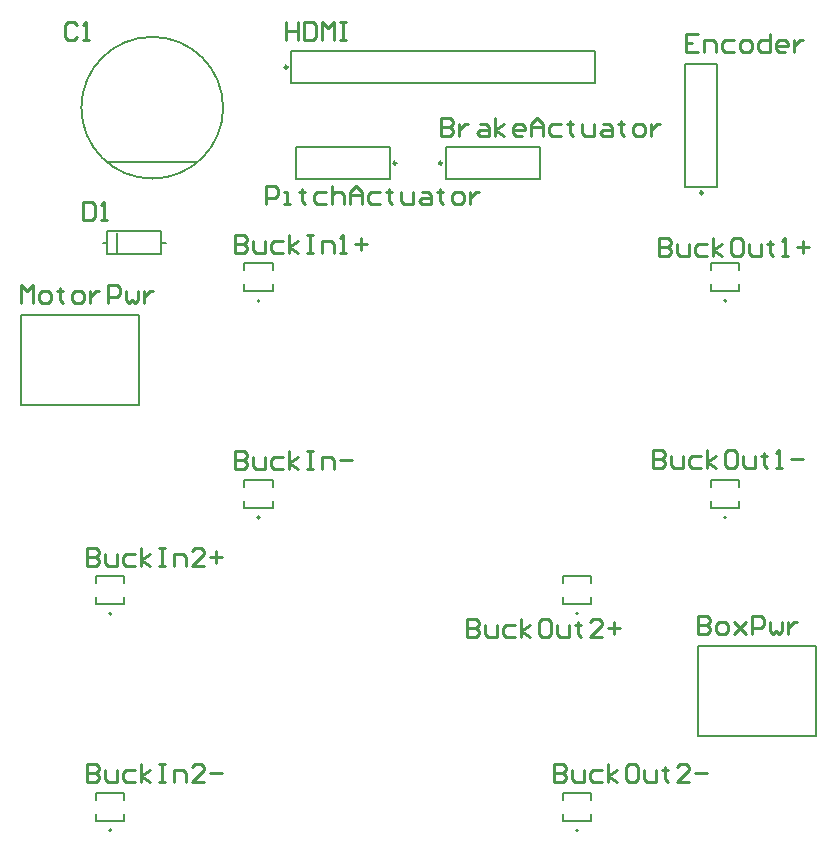
<source format=gbr>
%TF.GenerationSoftware,Altium Limited,Altium Designer,24.10.1 (45)*%
G04 Layer_Color=65535*
%FSLAX45Y45*%
%MOMM*%
%TF.SameCoordinates,60A24816-13A2-4E53-95B9-A8CDB98880B0*%
%TF.FilePolarity,Positive*%
%TF.FileFunction,Legend,Top*%
%TF.Part,Single*%
G01*
G75*
%TA.AperFunction,NonConductor*%
%ADD21C,0.20000*%
%ADD22C,0.15000*%
%ADD23C,0.25000*%
%ADD24C,0.25400*%
D21*
X6131400Y2792120D02*
G03*
X6131400Y2792120I-10000J0D01*
G01*
Y4626000D02*
G03*
X6131400Y4626000I-10000J0D01*
G01*
X2179160D02*
G03*
X2179160Y4626000I-10000J0D01*
G01*
X4876640Y1976780D02*
G03*
X4876640Y1976780I-10000J0D01*
G01*
Y142900D02*
G03*
X4876640Y142900I-10000J0D01*
G01*
X2179160Y2792120D02*
G03*
X2179160Y2792120I-10000J0D01*
G01*
X924400Y142900D02*
G03*
X924400Y142900I-10000J0D01*
G01*
Y1976780D02*
G03*
X924400Y1976780I-10000J0D01*
G01*
X6001400Y3112120D02*
X6241400D01*
Y3052620D02*
Y3112120D01*
X6001400Y3052620D02*
Y3112120D01*
Y2872120D02*
X6241400D01*
Y2931620D01*
X6001400Y2872120D02*
Y2931620D01*
Y4946000D02*
X6241400D01*
Y4886500D02*
Y4946000D01*
X6001400Y4886500D02*
Y4946000D01*
Y4706000D02*
X6241400D01*
Y4765500D01*
X6001400Y4706000D02*
Y4765500D01*
X2049160Y4946000D02*
X2289160D01*
Y4886500D02*
Y4946000D01*
X2049160Y4886500D02*
Y4946000D01*
Y4706000D02*
X2289160D01*
Y4765500D01*
X2049160Y4706000D02*
Y4765500D01*
X889600Y5213600D02*
X1345600D01*
Y5022600D02*
Y5213600D01*
X889600Y5022600D02*
X1345600D01*
X889600D02*
Y5213600D01*
X967600Y5032600D02*
Y5203600D01*
X849600Y5118100D02*
X889600D01*
X1345600D02*
X1385600D01*
X4746640Y2296780D02*
X4986640D01*
Y2237280D02*
Y2296780D01*
X4746640Y2237280D02*
Y2296780D01*
Y2056780D02*
X4986640D01*
Y2116280D01*
X4746640Y2056780D02*
Y2116280D01*
X898000Y5801100D02*
X1642000D01*
X2486900Y5656700D02*
Y5925700D01*
Y5656700D02*
X3278900D01*
Y5925700D01*
X2486900D02*
X3278900D01*
X5888114Y939776D02*
Y1701776D01*
Y939776D02*
X6888115D01*
Y1701776D01*
X5888114D02*
X6888115D01*
X4548900Y5656700D02*
Y5925700D01*
X3756900D02*
X4548900D01*
X3756900Y5656700D02*
Y5925700D01*
Y5656700D02*
X4548900D01*
X5018800Y6469500D02*
Y6738500D01*
X2448800D02*
X5018800D01*
X2448800Y6469500D02*
Y6738500D01*
Y6469500D02*
X5018800D01*
X6052700Y5585700D02*
Y6631700D01*
X5783700Y5585700D02*
X6052700D01*
X5783700D02*
Y6631700D01*
X6052700D01*
X4746640Y222900D02*
Y282400D01*
X4986640Y222900D02*
Y282400D01*
X4746640Y222900D02*
X4986640D01*
X4746640Y403400D02*
Y462900D01*
X4986640Y403400D02*
Y462900D01*
X4746640D02*
X4986640D01*
X1160386Y3746524D02*
Y4508524D01*
X160385D02*
X1160386D01*
X160385Y3746524D02*
Y4508524D01*
Y3746524D02*
X1160386D01*
X2049160Y2872120D02*
Y2931620D01*
X2289160Y2872120D02*
Y2931620D01*
X2049160Y2872120D02*
X2289160D01*
X2049160Y3052620D02*
Y3112120D01*
X2289160Y3052620D02*
Y3112120D01*
X2049160D02*
X2289160D01*
X794400Y222900D02*
Y282400D01*
X1034400Y222900D02*
Y282400D01*
X794400Y222900D02*
X1034400D01*
X794400Y403400D02*
Y462900D01*
X1034400Y403400D02*
Y462900D01*
X794400D02*
X1034400D01*
X794400Y2056780D02*
Y2116280D01*
X1034400Y2056780D02*
Y2116280D01*
X794400Y2056780D02*
X1034400D01*
X794400Y2237280D02*
Y2296780D01*
X1034400Y2237280D02*
Y2296780D01*
X794400D02*
X1034400D01*
D22*
X1870000Y6261100D02*
G03*
X1870000Y6261100I-600000J0D01*
G01*
D23*
X3336400Y5791200D02*
G03*
X3336400Y5791200I-12500J0D01*
G01*
X3724400D02*
G03*
X3724400Y5791200I-12500J0D01*
G01*
X2416300Y6604000D02*
G03*
X2416300Y6604000I-12500J0D01*
G01*
X5930700Y5540700D02*
G03*
X5930700Y5540700I-12500J0D01*
G01*
D24*
X2235492Y5448325D02*
Y5600675D01*
X2311667D01*
X2337059Y5575283D01*
Y5524500D01*
X2311667Y5499108D01*
X2235492D01*
X2387843Y5448325D02*
X2438626D01*
X2413234D01*
Y5549892D01*
X2387843D01*
X2540193Y5575283D02*
Y5549892D01*
X2514801D01*
X2565585D01*
X2540193D01*
Y5473717D01*
X2565585Y5448325D01*
X2743328Y5549892D02*
X2667152D01*
X2641760Y5524500D01*
Y5473717D01*
X2667152Y5448325D01*
X2743328D01*
X2794111Y5600675D02*
Y5448325D01*
Y5524500D01*
X2819503Y5549892D01*
X2870286D01*
X2895678Y5524500D01*
Y5448325D01*
X2946462D02*
Y5549892D01*
X2997245Y5600675D01*
X3048029Y5549892D01*
Y5448325D01*
Y5524500D01*
X2946462D01*
X3200380Y5549892D02*
X3124204D01*
X3098812Y5524500D01*
Y5473717D01*
X3124204Y5448325D01*
X3200380D01*
X3276555Y5575283D02*
Y5549892D01*
X3251163D01*
X3301947D01*
X3276555D01*
Y5473717D01*
X3301947Y5448325D01*
X3378122Y5549892D02*
Y5473717D01*
X3403514Y5448325D01*
X3479689D01*
Y5549892D01*
X3555865D02*
X3606648D01*
X3632040Y5524500D01*
Y5448325D01*
X3555865D01*
X3530473Y5473717D01*
X3555865Y5499108D01*
X3632040D01*
X3708215Y5575283D02*
Y5549892D01*
X3682823D01*
X3733607D01*
X3708215D01*
Y5473717D01*
X3733607Y5448325D01*
X3835174D02*
X3885958D01*
X3911350Y5473717D01*
Y5524500D01*
X3885958Y5549892D01*
X3835174D01*
X3809782Y5524500D01*
Y5473717D01*
X3835174Y5448325D01*
X3962133Y5549892D02*
Y5448325D01*
Y5499108D01*
X3987525Y5524500D01*
X4012917Y5549892D01*
X4038308D01*
X162560Y4607560D02*
Y4759911D01*
X213343Y4709127D01*
X264127Y4759911D01*
Y4607560D01*
X340303D02*
X391086D01*
X416478Y4632952D01*
Y4683735D01*
X391086Y4709127D01*
X340303D01*
X314911Y4683735D01*
Y4632952D01*
X340303Y4607560D01*
X492653Y4734519D02*
Y4709127D01*
X467261D01*
X518045D01*
X492653D01*
Y4632952D01*
X518045Y4607560D01*
X619612D02*
X670396D01*
X695788Y4632952D01*
Y4683735D01*
X670396Y4709127D01*
X619612D01*
X594220Y4683735D01*
Y4632952D01*
X619612Y4607560D01*
X746571Y4709127D02*
Y4607560D01*
Y4658343D01*
X771963Y4683735D01*
X797355Y4709127D01*
X822746D01*
X898922Y4607560D02*
Y4759911D01*
X975097D01*
X1000489Y4734519D01*
Y4683735D01*
X975097Y4658343D01*
X898922D01*
X1051272Y4709127D02*
Y4632952D01*
X1076664Y4607560D01*
X1102056Y4632952D01*
X1127448Y4607560D01*
X1152840Y4632952D01*
Y4709127D01*
X1203623D02*
Y4607560D01*
Y4658343D01*
X1229015Y4683735D01*
X1254407Y4709127D01*
X1279799D01*
X2405380Y6990031D02*
Y6837680D01*
Y6913855D01*
X2506947D01*
Y6990031D01*
Y6837680D01*
X2557731Y6990031D02*
Y6837680D01*
X2633906D01*
X2659298Y6863072D01*
Y6964639D01*
X2633906Y6990031D01*
X2557731D01*
X2710081Y6837680D02*
Y6990031D01*
X2760865Y6939247D01*
X2811649Y6990031D01*
Y6837680D01*
X2862432Y6990031D02*
X2913216D01*
X2887824D01*
Y6837680D01*
X2862432D01*
X2913216D01*
X5887687Y6883351D02*
X5786120D01*
Y6731000D01*
X5887687D01*
X5786120Y6807175D02*
X5836903D01*
X5938471Y6731000D02*
Y6832567D01*
X6014646D01*
X6040038Y6807175D01*
Y6731000D01*
X6192389Y6832567D02*
X6116213D01*
X6090821Y6807175D01*
Y6756392D01*
X6116213Y6731000D01*
X6192389D01*
X6268564D02*
X6319348D01*
X6344739Y6756392D01*
Y6807175D01*
X6319348Y6832567D01*
X6268564D01*
X6243172Y6807175D01*
Y6756392D01*
X6268564Y6731000D01*
X6497090Y6883351D02*
Y6731000D01*
X6420915D01*
X6395523Y6756392D01*
Y6807175D01*
X6420915Y6832567D01*
X6497090D01*
X6624049Y6731000D02*
X6573265D01*
X6547874Y6756392D01*
Y6807175D01*
X6573265Y6832567D01*
X6624049D01*
X6649441Y6807175D01*
Y6781783D01*
X6547874D01*
X6700224Y6832567D02*
Y6731000D01*
Y6781783D01*
X6725616Y6807175D01*
X6751008Y6832567D01*
X6776400D01*
X680720Y5460951D02*
Y5308600D01*
X756895D01*
X782287Y5333992D01*
Y5435559D01*
X756895Y5460951D01*
X680720D01*
X833071Y5308600D02*
X883854D01*
X858463D01*
Y5460951D01*
X833071Y5435559D01*
X635000Y6959583D02*
X609608Y6984975D01*
X558825D01*
X533433Y6959583D01*
Y6858017D01*
X558825Y6832625D01*
X609608D01*
X635000Y6858017D01*
X685784Y6832625D02*
X736567D01*
X711176D01*
Y6984975D01*
X685784Y6959583D01*
X4668520Y700991D02*
Y548640D01*
X4744695D01*
X4770087Y574032D01*
Y599423D01*
X4744695Y624815D01*
X4668520D01*
X4744695D01*
X4770087Y650207D01*
Y675599D01*
X4744695Y700991D01*
X4668520D01*
X4820871Y650207D02*
Y574032D01*
X4846263Y548640D01*
X4922438D01*
Y650207D01*
X5074789D02*
X4998613D01*
X4973221Y624815D01*
Y574032D01*
X4998613Y548640D01*
X5074789D01*
X5125572D02*
Y700991D01*
Y599423D02*
X5201748Y650207D01*
X5125572Y599423D02*
X5201748Y548640D01*
X5354098Y700991D02*
X5303315D01*
X5277923Y675599D01*
Y574032D01*
X5303315Y548640D01*
X5354098D01*
X5379490Y574032D01*
Y675599D01*
X5354098Y700991D01*
X5430274Y650207D02*
Y574032D01*
X5455665Y548640D01*
X5531841D01*
Y650207D01*
X5608016Y675599D02*
Y650207D01*
X5582624D01*
X5633408D01*
X5608016D01*
Y574032D01*
X5633408Y548640D01*
X5811150D02*
X5709583D01*
X5811150Y650207D01*
Y675599D01*
X5785759Y700991D01*
X5734975D01*
X5709583Y675599D01*
X5861934Y624815D02*
X5963501D01*
X3937210Y1930375D02*
Y1778025D01*
X4013385D01*
X4038777Y1803417D01*
Y1828808D01*
X4013385Y1854200D01*
X3937210D01*
X4013385D01*
X4038777Y1879592D01*
Y1904983D01*
X4013385Y1930375D01*
X3937210D01*
X4089560Y1879592D02*
Y1803417D01*
X4114952Y1778025D01*
X4191128D01*
Y1879592D01*
X4343478D02*
X4267303D01*
X4241911Y1854200D01*
Y1803417D01*
X4267303Y1778025D01*
X4343478D01*
X4394262D02*
Y1930375D01*
Y1828808D02*
X4470437Y1879592D01*
X4394262Y1828808D02*
X4470437Y1778025D01*
X4622788Y1930375D02*
X4572004D01*
X4546612Y1904983D01*
Y1803417D01*
X4572004Y1778025D01*
X4622788D01*
X4648180Y1803417D01*
Y1904983D01*
X4622788Y1930375D01*
X4698963Y1879592D02*
Y1803417D01*
X4724355Y1778025D01*
X4800530D01*
Y1879592D01*
X4876706Y1904983D02*
Y1879592D01*
X4851314D01*
X4902097D01*
X4876706D01*
Y1803417D01*
X4902097Y1778025D01*
X5079840D02*
X4978273D01*
X5079840Y1879592D01*
Y1904983D01*
X5054448Y1930375D01*
X5003665D01*
X4978273Y1904983D01*
X5130623Y1854200D02*
X5232191D01*
X5181407Y1904983D02*
Y1803417D01*
X5512005Y3365475D02*
Y3213125D01*
X5588181D01*
X5613573Y3238517D01*
Y3263908D01*
X5588181Y3289300D01*
X5512005D01*
X5588181D01*
X5613573Y3314692D01*
Y3340083D01*
X5588181Y3365475D01*
X5512005D01*
X5664356Y3314692D02*
Y3238517D01*
X5689748Y3213125D01*
X5765923D01*
Y3314692D01*
X5918274D02*
X5842099D01*
X5816707Y3289300D01*
Y3238517D01*
X5842099Y3213125D01*
X5918274D01*
X5969058D02*
Y3365475D01*
Y3263908D02*
X6045233Y3314692D01*
X5969058Y3263908D02*
X6045233Y3213125D01*
X6197584Y3365475D02*
X6146800D01*
X6121408Y3340083D01*
Y3238517D01*
X6146800Y3213125D01*
X6197584D01*
X6222976Y3238517D01*
Y3340083D01*
X6197584Y3365475D01*
X6273759Y3314692D02*
Y3238517D01*
X6299151Y3213125D01*
X6375326D01*
Y3314692D01*
X6451502Y3340083D02*
Y3314692D01*
X6426110D01*
X6476893D01*
X6451502D01*
Y3238517D01*
X6476893Y3213125D01*
X6553069D02*
X6603852D01*
X6578461D01*
Y3365475D01*
X6553069Y3340083D01*
X6680028Y3289300D02*
X6781595D01*
X5562805Y5156175D02*
Y5003825D01*
X5638981D01*
X5664373Y5029217D01*
Y5054608D01*
X5638981Y5080000D01*
X5562805D01*
X5638981D01*
X5664373Y5105392D01*
Y5130783D01*
X5638981Y5156175D01*
X5562805D01*
X5715156Y5105392D02*
Y5029217D01*
X5740548Y5003825D01*
X5816723D01*
Y5105392D01*
X5969074D02*
X5892899D01*
X5867507Y5080000D01*
Y5029217D01*
X5892899Y5003825D01*
X5969074D01*
X6019858D02*
Y5156175D01*
Y5054608D02*
X6096033Y5105392D01*
X6019858Y5054608D02*
X6096033Y5003825D01*
X6248384Y5156175D02*
X6197600D01*
X6172208Y5130783D01*
Y5029217D01*
X6197600Y5003825D01*
X6248384D01*
X6273776Y5029217D01*
Y5130783D01*
X6248384Y5156175D01*
X6324559Y5105392D02*
Y5029217D01*
X6349951Y5003825D01*
X6426126D01*
Y5105392D01*
X6502302Y5130783D02*
Y5105392D01*
X6476910D01*
X6527693D01*
X6502302D01*
Y5029217D01*
X6527693Y5003825D01*
X6603869D02*
X6654652D01*
X6629261D01*
Y5156175D01*
X6603869Y5130783D01*
X6730828Y5080000D02*
X6832395D01*
X6781611Y5130783D02*
Y5029217D01*
X1971040Y3350211D02*
Y3197860D01*
X2047215D01*
X2072607Y3223252D01*
Y3248643D01*
X2047215Y3274035D01*
X1971040D01*
X2047215D01*
X2072607Y3299427D01*
Y3324819D01*
X2047215Y3350211D01*
X1971040D01*
X2123391Y3299427D02*
Y3223252D01*
X2148783Y3197860D01*
X2224958D01*
Y3299427D01*
X2377309D02*
X2301133D01*
X2275741Y3274035D01*
Y3223252D01*
X2301133Y3197860D01*
X2377309D01*
X2428092D02*
Y3350211D01*
Y3248643D02*
X2504268Y3299427D01*
X2428092Y3248643D02*
X2504268Y3197860D01*
X2580443Y3350211D02*
X2631226D01*
X2605835D01*
Y3197860D01*
X2580443D01*
X2631226D01*
X2707402D02*
Y3299427D01*
X2783577D01*
X2808969Y3274035D01*
Y3197860D01*
X2859752Y3274035D02*
X2961320D01*
X716280Y700991D02*
Y548640D01*
X792455D01*
X817847Y574032D01*
Y599423D01*
X792455Y624815D01*
X716280D01*
X792455D01*
X817847Y650207D01*
Y675599D01*
X792455Y700991D01*
X716280D01*
X868631Y650207D02*
Y574032D01*
X894023Y548640D01*
X970198D01*
Y650207D01*
X1122549D02*
X1046373D01*
X1020981Y624815D01*
Y574032D01*
X1046373Y548640D01*
X1122549D01*
X1173332D02*
Y700991D01*
Y599423D02*
X1249508Y650207D01*
X1173332Y599423D02*
X1249508Y548640D01*
X1325683Y700991D02*
X1376466D01*
X1351075D01*
Y548640D01*
X1325683D01*
X1376466D01*
X1452642D02*
Y650207D01*
X1528817D01*
X1554209Y624815D01*
Y548640D01*
X1706560D02*
X1604992D01*
X1706560Y650207D01*
Y675599D01*
X1681168Y700991D01*
X1630384D01*
X1604992Y675599D01*
X1757343Y624815D02*
X1858910D01*
X716280Y2534871D02*
Y2382520D01*
X792455D01*
X817847Y2407912D01*
Y2433303D01*
X792455Y2458695D01*
X716280D01*
X792455D01*
X817847Y2484087D01*
Y2509479D01*
X792455Y2534871D01*
X716280D01*
X868631Y2484087D02*
Y2407912D01*
X894023Y2382520D01*
X970198D01*
Y2484087D01*
X1122549D02*
X1046373D01*
X1020981Y2458695D01*
Y2407912D01*
X1046373Y2382520D01*
X1122549D01*
X1173332D02*
Y2534871D01*
Y2433303D02*
X1249508Y2484087D01*
X1173332Y2433303D02*
X1249508Y2382520D01*
X1325683Y2534871D02*
X1376466D01*
X1351075D01*
Y2382520D01*
X1325683D01*
X1376466D01*
X1452642D02*
Y2484087D01*
X1528817D01*
X1554209Y2458695D01*
Y2382520D01*
X1706560D02*
X1604992D01*
X1706560Y2484087D01*
Y2509479D01*
X1681168Y2534871D01*
X1630384D01*
X1604992Y2509479D01*
X1757343Y2458695D02*
X1858910D01*
X1808127Y2509479D02*
Y2407912D01*
X1971040Y5184091D02*
Y5031740D01*
X2047215D01*
X2072607Y5057132D01*
Y5082523D01*
X2047215Y5107915D01*
X1971040D01*
X2047215D01*
X2072607Y5133307D01*
Y5158699D01*
X2047215Y5184091D01*
X1971040D01*
X2123391Y5133307D02*
Y5057132D01*
X2148783Y5031740D01*
X2224958D01*
Y5133307D01*
X2377309D02*
X2301133D01*
X2275741Y5107915D01*
Y5057132D01*
X2301133Y5031740D01*
X2377309D01*
X2428092D02*
Y5184091D01*
Y5082523D02*
X2504268Y5133307D01*
X2428092Y5082523D02*
X2504268Y5031740D01*
X2580443Y5184091D02*
X2631226D01*
X2605835D01*
Y5031740D01*
X2580443D01*
X2631226D01*
X2707402D02*
Y5133307D01*
X2783577D01*
X2808969Y5107915D01*
Y5031740D01*
X2859752D02*
X2910536D01*
X2885144D01*
Y5184091D01*
X2859752Y5158699D01*
X2986711Y5107915D02*
X3088279D01*
X3037495Y5158699D02*
Y5057132D01*
X3713480Y6177231D02*
Y6024880D01*
X3789655D01*
X3815047Y6050272D01*
Y6075663D01*
X3789655Y6101055D01*
X3713480D01*
X3789655D01*
X3815047Y6126447D01*
Y6151839D01*
X3789655Y6177231D01*
X3713480D01*
X3865831Y6126447D02*
Y6024880D01*
Y6075663D01*
X3891223Y6101055D01*
X3916614Y6126447D01*
X3942006D01*
X4043573D02*
X4094357D01*
X4119749Y6101055D01*
Y6024880D01*
X4043573D01*
X4018181Y6050272D01*
X4043573Y6075663D01*
X4119749D01*
X4170532Y6024880D02*
Y6177231D01*
Y6075663D02*
X4246708Y6126447D01*
X4170532Y6075663D02*
X4246708Y6024880D01*
X4399058D02*
X4348275D01*
X4322883Y6050272D01*
Y6101055D01*
X4348275Y6126447D01*
X4399058D01*
X4424450Y6101055D01*
Y6075663D01*
X4322883D01*
X4475234Y6024880D02*
Y6126447D01*
X4526017Y6177231D01*
X4576801Y6126447D01*
Y6024880D01*
Y6101055D01*
X4475234D01*
X4729152Y6126447D02*
X4652976D01*
X4627584Y6101055D01*
Y6050272D01*
X4652976Y6024880D01*
X4729152D01*
X4805327Y6151839D02*
Y6126447D01*
X4779935D01*
X4830719D01*
X4805327D01*
Y6050272D01*
X4830719Y6024880D01*
X4906894Y6126447D02*
Y6050272D01*
X4932286Y6024880D01*
X5008461D01*
Y6126447D01*
X5084637D02*
X5135420D01*
X5160812Y6101055D01*
Y6024880D01*
X5084637D01*
X5059245Y6050272D01*
X5084637Y6075663D01*
X5160812D01*
X5236987Y6151839D02*
Y6126447D01*
X5211595D01*
X5262379D01*
X5236987D01*
Y6050272D01*
X5262379Y6024880D01*
X5363946D02*
X5414730D01*
X5440121Y6050272D01*
Y6101055D01*
X5414730Y6126447D01*
X5363946D01*
X5338554Y6101055D01*
Y6050272D01*
X5363946Y6024880D01*
X5490905Y6126447D02*
Y6024880D01*
Y6075663D01*
X5516297Y6101055D01*
X5541688Y6126447D01*
X5567080D01*
X5890260Y1953211D02*
Y1800860D01*
X5966435D01*
X5991827Y1826252D01*
Y1851643D01*
X5966435Y1877035D01*
X5890260D01*
X5966435D01*
X5991827Y1902427D01*
Y1927819D01*
X5966435Y1953211D01*
X5890260D01*
X6068003Y1800860D02*
X6118786D01*
X6144178Y1826252D01*
Y1877035D01*
X6118786Y1902427D01*
X6068003D01*
X6042611Y1877035D01*
Y1826252D01*
X6068003Y1800860D01*
X6194961Y1902427D02*
X6296529Y1800860D01*
X6245745Y1851643D01*
X6296529Y1902427D01*
X6194961Y1800860D01*
X6347312D02*
Y1953211D01*
X6423488D01*
X6448879Y1927819D01*
Y1877035D01*
X6423488Y1851643D01*
X6347312D01*
X6499663Y1902427D02*
Y1826252D01*
X6525055Y1800860D01*
X6550446Y1826252D01*
X6575838Y1800860D01*
X6601230Y1826252D01*
Y1902427D01*
X6652014D02*
Y1800860D01*
Y1851643D01*
X6677405Y1877035D01*
X6702797Y1902427D01*
X6728189D01*
%TF.MD5,8381df59932653ac89ad6fa57bd7a0b5*%
M02*

</source>
